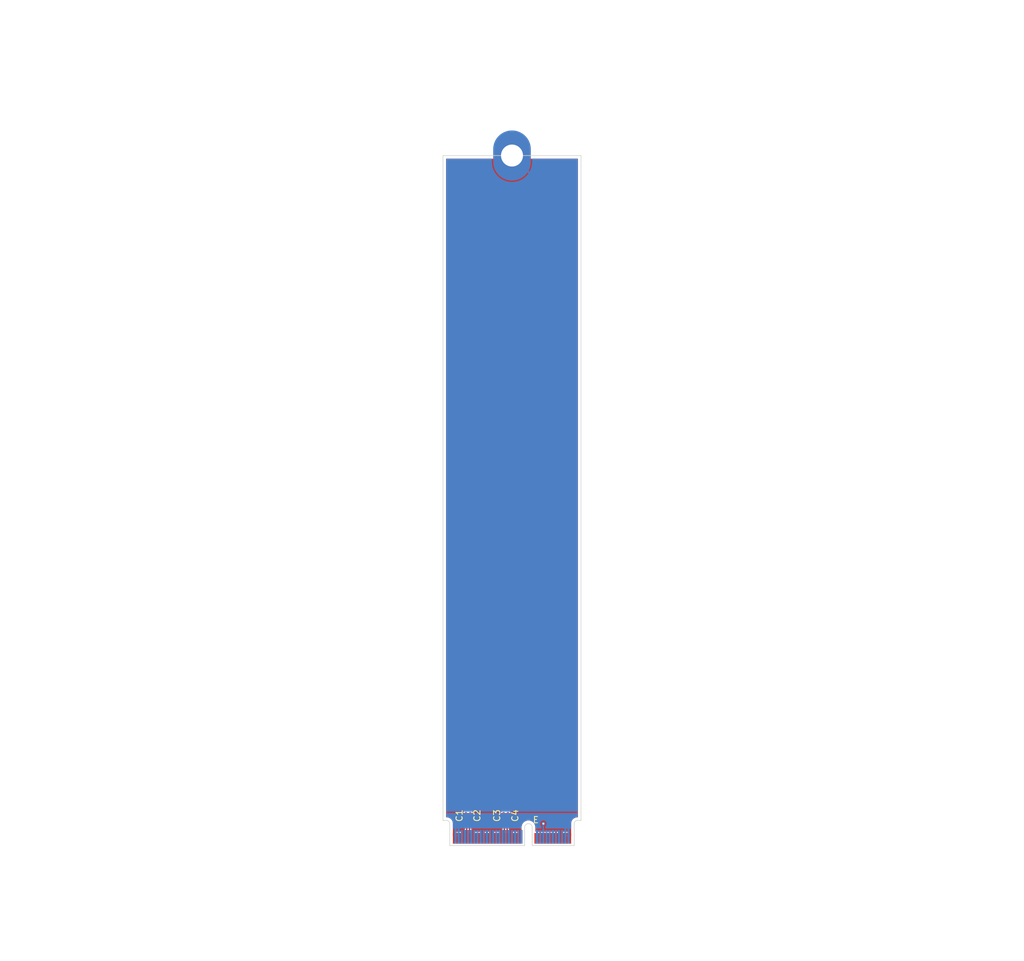
<source format=kicad_pcb>
(kicad_pcb (version 20241229) (generator "pcbnew") (generator_version "9.0")
  (layers (0 "F.Cu" signal) (2 "B.Cu" signal) (13 "F.Paste" user) (15 "B.Paste" user) (5 "F.SilkS" user "F.Silkscreen") (7 "B.SilkS" user "B.Silkscreen") (1 "F.Mask" user) (3 "B.Mask" user) (25 "Edge.Cuts" user))
  (net 0 "")
  (net 1 "/M.2 E Key/PET1P")
  (net 2 "/M.2 E Key/PET1N")
  (net 3 "/M.2 E Key/PET0P")
  (net 4 "/M.2 E Key/PET0N")
  (net 5 "GND")
  (net 6 "/PET0-")
  (net 7 "/PET1-")
  (net 8 "/PET1+")
  (net 9 "/PET0+")
  (net 10 "+3.3V")
  (net 11 "/USB_D+")
  (net 12 "/USB_D-")
  (net 13 "/LED#1")
  (net 14 "/I2S_SCK")
  (net 15 "/SDIO_CLK")
  (net 16 "/I2S_WS")
  (net 17 "/SDIO_CMD")
  (net 18 "/I2S_SD_OUT")
  (net 19 "/SDIO_DATA0")
  (net 20 "/I2S_SD_IN")
  (net 21 "/SDIO_DATA3")
  (net 22 "/LED#2")
  (net 23 "/SDIO_DATA2")
  (net 24 "/SDIO_DATA1")
  (net 25 "/UART_WAKE#")
  (net 26 "/SDIO__WAKE#")
  (net 27 "/UART_TXD")
  (net 28 "/SDIO_RESET#")
  (net 29 "/UART_RXD")
  (net 30 "/UARD_RTS")
  (net 31 "/PER0-")
  (net 32 "/UART_CTS")
  (net 33 "/PER0+")
  (net 39 "/REFCLK0+")
  (net 41 "/REFCLK0-")
  (net 42 "/SUSCLK")
  (net 43 "/PERST0#")
  (net 44 "/CLKREQ0#")
  (net 45 "/W_DISABLE2#")
  (net 46 "/PEWAKE#")
  (net 47 "/W_DISABLE1#")
  (net 48 "/I2C_DATA")
  (net 49 "/PER1+")
  (net 50 "/I2C_CLK")
  (net 51 "/PER1-")
  (net 52 "/ALERT#")
  (net 54 "/PERST1#")
  (net 55 "/CLKREQ1#")
  (net 56 "/PEWAKE1#")
  (net 57 "/REFCLK1+")
  (net 58 "/REFCLK1-")
  (footprint "Capacitor_SMD:C_0201_0603Metric" (layer "F.Cu") (at 107.11 153.93 90)
    (property "Reference" "C4" (at 0 1.14 90) (layer "F.SilkS"))
    (property "Value" "220nF")
    (pad "1" smd roundrect (at -0.32 0 90) (size 0.46 0.4) (layers "F.Cu" "F.Mask") (net 3 "/M.2 E Key/PET0P"))
    (pad "2" smd roundrect (at 0.32 0 90) (size 0.46 0.4) (layers "F.Cu" "F.Mask") (net 9 "/PET0+"))
  )
  (footprint "Capacitor_SMD:C_0201_0603Metric" (layer "F.Cu") (at 101.11 153.93 90)
    (property "Reference" "C2" (at 0 1.09 90) (layer "F.SilkS"))
    (property "Value" "220nF")
    (pad "1" smd roundrect (at -0.32 0 90) (size 0.46 0.4) (layers "F.Cu" "F.Mask") (net 1 "/M.2 E Key/PET1P"))
    (pad "2" smd roundrect (at 0.32 0 90) (size 0.46 0.4) (layers "F.Cu" "F.Mask") (net 8 "/PET1+"))
  )
  (footprint "PCIexpress:M.2 E Key Connector" (layer "F.Cu") (at 107.76 157.59)
    (property "Reference" "J1")
    (property "Value" "~")
    (fp_line (start -11 -2.89) (end -10.425 -2.89) (stroke (width 0.1)) (layer "Edge.Cuts"))
    (fp_line (start -9.925 -2.39) (end -9.925 1.11) (stroke (width 0.1)) (layer "Edge.Cuts"))
    (fp_line (start 2.02 -1.79) (end 2.02 1.11) (stroke (width 0.1)) (layer "Edge.Cuts"))
    (fp_line (start 2.02 1.11) (end -9.925 1.11) (stroke (width 0.1)) (layer "Edge.Cuts"))
    (fp_line (start 3.22 -1.79) (end 3.22 1.11) (stroke (width 0.1)) (layer "Edge.Cuts"))
    (fp_line (start 3.22 1.11) (end 9.925 1.11) (stroke (width 0.1)) (layer "Edge.Cuts"))
    (fp_line (start 9.925 -2.39) (end 9.925 1.11) (stroke (width 0.1)) (layer "Edge.Cuts"))
    (fp_line (start 10.425 -2.89) (end 11 -2.89) (stroke (width 0.1)) (layer "Edge.Cuts"))
    (fp_arc (start -10.425 -2.89) (mid -10.071447 -2.743553) (end -9.925 -2.39) (stroke (width 0.1)) (layer "Edge.Cuts"))
    (fp_arc (start 2.02 -1.79) (mid 2.62 -2.39) (end 3.22 -1.79) (stroke (width 0.1)) (layer "Edge.Cuts"))
    (fp_arc (start 9.925 -2.39) (mid 10.071447 -2.743553) (end 10.425 -2.89) (stroke (width 0.1)) (layer "Edge.Cuts"))
    (fp_text user "E" (at 3.245 -2.395 0) (layer "F.SilkS") (effects (justify left bottom)))
    (pad "1" smd rect (at 9.25 -0.04 180) (size 0.35 1.7) (layers "F.Cu") (net 5 "GND"))
    (pad "2" smd rect (at 9 -0.29 180) (size 0.35 2.2) (layers "B.Cu") (net 10 "+3.3V"))
    (pad "3" smd rect (at 8.75 -0.04 180) (size 0.35 1.7) (layers "F.Cu") (net 11 "/USB_D+"))
    (pad "4" smd rect (at 8.5 -0.29 180) (size 0.35 2.2) (layers "B.Cu") (net 10 "+3.3V"))
    (pad "5" smd rect (at 8.25 -0.04 180) (size 0.35 1.7) (layers "F.Cu") (net 12 "/USB_D-"))
    (pad "6" smd rect (at 8 -0.29 180) (size 0.35 2.2) (layers "B.Cu") (net 13 "/LED#1"))
    (pad "7" smd rect (at 7.75 -0.04 180) (size 0.35 1.7) (layers "F.Cu") (net 5 "GND"))
    (pad "8" smd rect (at 7.5 -0.29 180) (size 0.35 2.2) (layers "B.Cu") (net 14 "/I2S_SCK"))
    (pad "9" smd rect (at 7.25 -0.04 180) (size 0.35 1.7) (layers "F.Cu") (net 15 "/SDIO_CLK"))
    (pad "10" smd rect (at 7 -0.29 180) (size 0.35 2.2) (layers "B.Cu") (net 16 "/I2S_WS"))
    (pad "11" smd rect (at 6.75 -0.04 180) (size 0.35 1.7) (layers "F.Cu") (net 17 "/SDIO_CMD"))
    (pad "12" smd rect (at 6.5 -0.29 180) (size 0.35 2.2) (layers "B.Cu") (net 18 "/I2S_SD_OUT"))
    (pad "13" smd rect (at 6.25 -0.04 180) (size 0.35 1.7) (layers "F.Cu") (net 19 "/SDIO_DATA0"))
    (pad "14" smd rect (at 6 -0.29 180) (size 0.35 2.2) (layers "B.Cu") (net 20 "/I2S_SD_IN"))
    (pad "15" smd rect (at 5.75 -0.04 180) (size 0.35 1.7) (layers "F.Cu") (net 21 "/SDIO_DATA3"))
    (pad "16" smd rect (at 5.5 -0.29 180) (size 0.35 2.2) (layers "B.Cu") (net 22 "/LED#2"))
    (pad "17" smd rect (at 5.25 -0.04 180) (size 0.35 1.7) (layers "F.Cu") (net 23 "/SDIO_DATA2"))
    (pad "18" smd rect (at 5 -0.29 180) (size 0.35 2.2) (layers "B.Cu") (net 5 "GND"))
    (pad "19" smd rect (at 4.75 -0.04 180) (size 0.35 1.7) (layers "F.Cu") (net 24 "/SDIO_DATA1"))
    (pad "20" smd rect (at 4.5 -0.29 180) (size 0.35 2.2) (layers "B.Cu") (net 25 "/UART_WAKE#"))
    (pad "21" smd rect (at 4.25 -0.04 180) (size 0.35 1.7) (layers "F.Cu") (net 26 "/SDIO__WAKE#"))
    (pad "22" smd rect (at 4 -0.29 180) (size 0.35 2.2) (layers "B.Cu") (net 27 "/UART_TXD"))
    (pad "23" smd rect (at 3.75 -0.04 180) (size 0.35 1.7) (layers "F.Cu") (net 28 "/SDIO_RESET#"))
    (pad "32" smd rect (at 1.5 -0.29 180) (size 0.35 2.2) (layers "B.Cu") (net 29 "/UART_RXD"))
    (pad "33" smd rect (at 1.25 -0.04 180) (size 0.35 1.7) (layers "F.Cu") (net 5 "GND"))
    (pad "34" smd rect (at 1 -0.29 180) (size 0.35 2.2) (layers "B.Cu") (net 30 "/UARD_RTS"))
    (pad "35" smd rect (at 0.75 -0.04 180) (size 0.35 1.7) (layers "F.Cu") (net 31 "/PER0-"))
    (pad "36" smd rect (at 0.5 -0.29 180) (size 0.35 2.2) (layers "B.Cu") (net 32 "/UART_CTS"))
    (pad "37" smd rect (at 0.25 -0.04 180) (size 0.35 1.7) (layers "F.Cu") (net 33 "/PER0+"))
    (pad "38" smd rect (at 0 -0.29 180) (size 0.35 2.2) (layers "B.Cu"))
    (pad "39" smd rect (at -0.25 -0.04 180) (size 0.35 1.7) (layers "F.Cu") (net 5 "GND"))
    (pad "40" smd rect (at -0.5 -0.29 180) (size 0.35 2.2) (layers "B.Cu"))
    (pad "41" smd rect (at -0.75 -0.04 180) (size 0.35 1.7) (layers "F.Cu") (net 3 "/M.2 E Key/PET0P"))
    (pad "42" smd rect (at -1 -0.29 180) (size 0.35 2.2) (layers "B.Cu"))
    (pad "43" smd rect (at -1.25 -0.04 180) (size 0.35 1.7) (layers "F.Cu") (net 4 "/M.2 E Key/PET0N"))
    (pad "44" smd rect (at -1.5 -0.29 180) (size 0.35 2.2) (layers "B.Cu"))
    (pad "45" smd rect (at -1.75 -0.04 180) (size 0.35 1.7) (layers "F.Cu") (net 5 "GND"))
    (pad "46" smd rect (at -2 -0.29 180) (size 0.35 2.2) (layers "B.Cu"))
    (pad "47" smd rect (at -2.25 -0.04 180) (size 0.35 1.7) (layers "F.Cu") (net 39 "/REFCLK0+"))
    (pad "48" smd rect (at -2.5 -0.29 180) (size 0.35 2.2) (layers "B.Cu"))
    (pad "49" smd rect (at -2.75 -0.04 180) (size 0.35 1.7) (layers "F.Cu") (net 41 "/REFCLK0-"))
    (pad "50" smd rect (at -3 -0.29 180) (size 0.35 2.2) (layers "B.Cu") (net 42 "/SUSCLK"))
    (pad "51" smd rect (at -3.25 -0.04 180) (size 0.35 1.7) (layers "F.Cu") (net 5 "GND"))
    (pad "52" smd rect (at -3.5 -0.29 180) (size 0.35 2.2) (layers "B.Cu") (net 43 "/PERST0#"))
    (pad "53" smd rect (at -3.75 -0.04 180) (size 0.35 1.7) (layers "F.Cu") (net 44 "/CLKREQ0#"))
    (pad "54" smd rect (at -4 -0.29 180) (size 0.35 2.2) (layers "B.Cu") (net 45 "/W_DISABLE2#"))
    (pad "55" smd rect (at -4.25 -0.04 180) (size 0.35 1.7) (layers "F.Cu") (net 46 "/PEWAKE#"))
    (pad "56" smd rect (at -4.5 -0.29 180) (size 0.35 2.2) (layers "B.Cu") (net 47 "/W_DISABLE1#"))
    (pad "57" smd rect (at -4.75 -0.04 180) (size 0.35 1.7) (layers "F.Cu") (net 5 "GND"))
    (pad "58" smd rect (at -5 -0.29 180) (size 0.35 2.2) (layers "B.Cu") (net 48 "/I2C_DATA"))
    (pad "59" smd rect (at -5.25 -0.04 180) (size 0.35 1.7) (layers "F.Cu") (net 49 "/PER1+"))
    (pad "60" smd rect (at -5.5 -0.29 180) (size 0.35 2.2) (layers "B.Cu") (net 50 "/I2C_CLK"))
    (pad "61" smd rect (at -5.75 -0.04 180) (size 0.35 1.7) (layers "F.Cu") (net 51 "/PER1-"))
    (pad "62" smd rect (at -6 -0.29 180) (size 0.35 2.2) (layers "B.Cu") (net 52 "/ALERT#"))
    (pad "63" smd rect (at -6.25 -0.04 180) (size 0.35 1.7) (layers "F.Cu") (net 5 "GND"))
    (pad "64" smd rect (at -6.5 -0.29 180) (size 0.35 2.2) (layers "B.Cu"))
    (pad "65" smd rect (at -6.75 -0.04 180) (size 0.35 1.7) (layers "F.Cu") (net 1 "/M.2 E Key/PET1P"))
    (pad "66" smd rect (at -7 -0.29 180) (size 0.35 2.2) (layers "B.Cu") (net 54 "/PERST1#"))
    (pad "67" smd rect (at -7.25 -0.04 180) (size 0.35 1.7) (layers "F.Cu") (net 2 "/M.2 E Key/PET1N"))
    (pad "68" smd rect (at -7.5 -0.29 180) (size 0.35 2.2) (layers "B.Cu") (net 55 "/CLKREQ1#"))
    (pad "69" smd rect (at -7.75 -0.04 180) (size 0.35 1.7) (layers "F.Cu") (net 5 "GND"))
    (pad "70" smd rect (at -8 -0.29 180) (size 0.35 2.2) (layers "B.Cu") (net 56 "/PEWAKE1#"))
    (pad "71" smd rect (at -8.25 -0.04 180) (size 0.35 1.7) (layers "F.Cu") (net 57 "/REFCLK1+"))
    (pad "72" smd rect (at -8.5 -0.29 180) (size 0.35 2.2) (layers "B.Cu") (net 10 "+3.3V"))
    (pad "73" smd rect (at -8.75 -0.04 180) (size 0.35 1.7) (layers "F.Cu") (net 58 "/REFCLK1-"))
    (pad "74" smd rect (at -9 -0.29 180) (size 0.35 2.2) (layers "B.Cu") (net 10 "+3.3V"))
    (pad "75" smd rect (at -9.25 -0.04 180) (size 0.35 1.7) (layers "F.Cu") (net 5 "GND"))
  )
  (footprint "Capacitor_SMD:C_0201_0603Metric" (layer "F.Cu") (at 106.41 153.93 90)
    (property "Reference" "C3" (at 0 -1.05 90) (layer "F.SilkS"))
    (property "Value" "220nF")
    (pad "1" smd roundrect (at -0.32 0 90) (size 0.46 0.4) (layers "F.Cu" "F.Mask") (net 4 "/M.2 E Key/PET0N"))
    (pad "2" smd roundrect (at 0.32 0 90) (size 0.46 0.4) (layers "F.Cu" "F.Mask") (net 6 "/PET0-"))
  )
  (footprint "Capacitor_SMD:C_0201_0603Metric" (layer "F.Cu") (at 100.41 153.93 90)
    (property "Reference" "C1" (at 0 -1.05 90) (layer "F.SilkS"))
    (property "Value" "220nF")
    (pad "1" smd roundrect (at -0.32 0 90) (size 0.46 0.4) (layers "F.Cu" "F.Mask") (net 2 "/M.2 E Key/PET1N"))
    (pad "2" smd roundrect (at 0.32 0 90) (size 0.46 0.4) (layers "F.Cu" "F.Mask") (net 7 "/PET1-"))
  )
  (footprint "Athena KiCAd library:M.2 Mounting Pad" (layer "F.Cu") (at 107.76 48.7)
    (property "Reference" "H1")
    (property "Value" "MountingHole_Pad")
    (pad "1" thru_hole circle (at 0 0) (size 5.5 5.5) (drill 3.5) (property pad_prop_castellated) (layers "*.Cu" "*.Mask") (net 5 "GND") (padstack (mode front_inner_back) (layer "Inner" (shape circle) (size 5.5 5.5)) (layer "B.Cu" (shape oval) (size 6 8))))
  )
  (gr_line (start 96.76 48.7) (end 96.76 154.7) (stroke (width 0.1)) (layer "Edge.Cuts"))
  (gr_line (start 118.76 48.7) (end 96.76 48.7) (stroke (width 0.1)) (layer "Edge.Cuts"))
  (gr_line (start 118.76 154.7) (end 118.76 48.7) (stroke (width 0.1)) (layer "Edge.Cuts"))
  (segment (start 100.985 156.249999) (end 100.985 154.720001) (width 0.2) (layer "F.Cu") (net 1))
  (segment (start 101.01 157.55) (end 101.01 156.274999) (width 0.2) (layer "F.Cu") (net 1))
  (segment (start 100.985 154.720001) (end 101.11 154.595001) (width 0.2) (layer "F.Cu") (net 1))
  (segment (start 101.01 156.274999) (end 100.985 156.249999) (width 0.2) (layer "F.Cu") (net 1))
  (segment (start 101.11 154.595001) (end 101.11 154.25) (width 0.2) (layer "F.Cu") (net 1))
  (segment (start 100.41 154.595001) (end 100.41 154.25) (width 0.2) (layer "F.Cu") (net 2))
  (segment (start 100.535 154.720001) (end 100.41 154.595001) (width 0.2) (layer "F.Cu") (net 2))
  (segment (start 100.535 156.249999) (end 100.535 154.720001) (width 0.2) (layer "F.Cu") (net 2))
  (segment (start 100.51 156.274999) (end 100.535 156.249999) (width 0.2) (layer "F.Cu") (net 2))
  (segment (start 100.51 157.55) (end 100.51 156.274999) (width 0.2) (layer "F.Cu") (net 2))
  (segment (start 107.01 157.55) (end 107.01 156.274999) (width 0.2) (layer "F.Cu") (net 3))
  (segment (start 106.985 154.720001) (end 107.11 154.595001) (width 0.2) (layer "F.Cu") (net 3))
  (segment (start 107.01 156.274999) (end 106.985 156.249999) (width 0.2) (layer "F.Cu") (net 3))
  (segment (start 107.11 154.595001) (end 107.11 154.25) (width 0.2) (layer "F.Cu") (net 3))
  (segment (start 106.985 156.249999) (end 106.985 154.720001) (width 0.2) (layer "F.Cu") (net 3))
  (segment (start 106.51 156.274999) (end 106.535 156.249999) (width 0.2) (layer "F.Cu") (net 4))
  (segment (start 106.51 157.55) (end 106.51 156.274999) (width 0.2) (layer "F.Cu") (net 4))
  (segment (start 106.535 156.249999) (end 106.535 154.720001) (width 0.2) (layer "F.Cu") (net 4))
  (segment (start 106.41 154.595001) (end 106.41 154.25) (width 0.2) (layer "F.Cu") (net 4))
  (segment (start 106.535 154.720001) (end 106.41 154.595001) (width 0.2) (layer "F.Cu") (net 4))
  (via (at 112.76 155.21) (size 0.6) (drill 0.3) (layers "F.Cu" "B.Cu") (net 5))
  (segment (start 112.76 155.21) (end 112.76 157.3) (width 0.2) (layer "B.Cu") (net 5))
  (zone (net 5) (net_name "GND") (layers "F.Cu" "B.Cu") (connect_pads (clearance 0.2)) (min_thickness 0.15) (fill yes (thermal_gap 0.2) (thermal_bridge_width 0.35))
    (polygon (pts (xy 92.76 157.23) (xy 92.76 48.7) (xy 122.76 48.7) (xy 122.76 157.23)))
  )
  (zone (net 10) (net_name "+3.3V") (layer "B.Cu") (priority 1) (connect_pads (clearance 0.2)) (min_thickness 0.15) (fill yes (thermal_gap 0.2) (thermal_bridge_width 0.35))
    (polygon (pts (xy 118.76 157.23) (xy 118.76 153.5) (xy 96.76 153.5) (xy 96.76 157.23)))
  )
)
</source>
